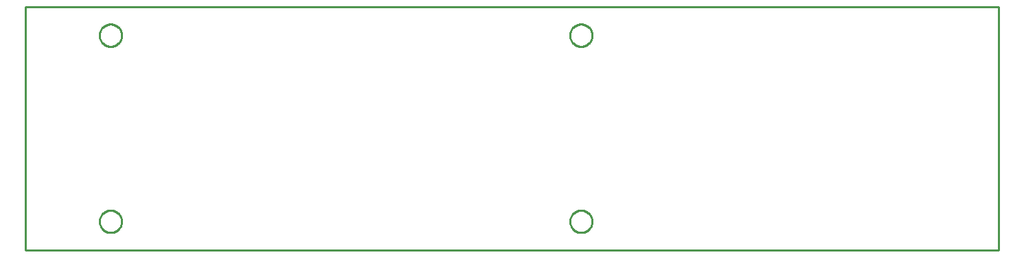
<source format=gbr>
G04 EAGLE Gerber X2 export*
%TF.Part,Single*%
%TF.FileFunction,Profile,NP*%
%TF.FilePolarity,Positive*%
%TF.GenerationSoftware,Autodesk,EAGLE,8.6.0*%
%TF.CreationDate,2018-06-26T05:58:37Z*%
G75*
%MOMM*%
%FSLAX34Y34*%
%LPD*%
%AMOC8*
5,1,8,0,0,1.08239X$1,22.5*%
G01*
%ADD10C,0.254000*%


D10*
X-70000Y0D02*
X1130000Y0D01*
X1130000Y300000D01*
X-70000Y300000D01*
X-70000Y0D01*
X48750Y34509D02*
X48680Y33529D01*
X48540Y32557D01*
X48331Y31597D01*
X48055Y30655D01*
X47711Y29735D01*
X47303Y28841D01*
X46833Y27979D01*
X46302Y27153D01*
X45713Y26367D01*
X45070Y25625D01*
X44375Y24930D01*
X43633Y24287D01*
X42847Y23698D01*
X42021Y23167D01*
X41159Y22697D01*
X40265Y22289D01*
X39345Y21945D01*
X38403Y21669D01*
X37443Y21460D01*
X36471Y21320D01*
X35491Y21250D01*
X34509Y21250D01*
X33529Y21320D01*
X32557Y21460D01*
X31597Y21669D01*
X30655Y21945D01*
X29735Y22289D01*
X28841Y22697D01*
X27979Y23167D01*
X27153Y23698D01*
X26367Y24287D01*
X25625Y24930D01*
X24930Y25625D01*
X24287Y26367D01*
X23698Y27153D01*
X23167Y27979D01*
X22697Y28841D01*
X22289Y29735D01*
X21945Y30655D01*
X21669Y31597D01*
X21460Y32557D01*
X21320Y33529D01*
X21250Y34509D01*
X21250Y35491D01*
X21320Y36471D01*
X21460Y37443D01*
X21669Y38403D01*
X21945Y39345D01*
X22289Y40265D01*
X22697Y41159D01*
X23167Y42021D01*
X23698Y42847D01*
X24287Y43633D01*
X24930Y44375D01*
X25625Y45070D01*
X26367Y45713D01*
X27153Y46302D01*
X27979Y46833D01*
X28841Y47303D01*
X29735Y47711D01*
X30655Y48055D01*
X31597Y48331D01*
X32557Y48540D01*
X33529Y48680D01*
X34509Y48750D01*
X35491Y48750D01*
X36471Y48680D01*
X37443Y48540D01*
X38403Y48331D01*
X39345Y48055D01*
X40265Y47711D01*
X41159Y47303D01*
X42021Y46833D01*
X42847Y46302D01*
X43633Y45713D01*
X44375Y45070D01*
X45070Y44375D01*
X45713Y43633D01*
X46302Y42847D01*
X46833Y42021D01*
X47303Y41159D01*
X47711Y40265D01*
X48055Y39345D01*
X48331Y38403D01*
X48540Y37443D01*
X48680Y36471D01*
X48750Y35491D01*
X48750Y34509D01*
X48750Y264509D02*
X48680Y263529D01*
X48540Y262557D01*
X48331Y261597D01*
X48055Y260655D01*
X47711Y259735D01*
X47303Y258841D01*
X46833Y257979D01*
X46302Y257153D01*
X45713Y256367D01*
X45070Y255625D01*
X44375Y254930D01*
X43633Y254287D01*
X42847Y253698D01*
X42021Y253167D01*
X41159Y252697D01*
X40265Y252289D01*
X39345Y251945D01*
X38403Y251669D01*
X37443Y251460D01*
X36471Y251320D01*
X35491Y251250D01*
X34509Y251250D01*
X33529Y251320D01*
X32557Y251460D01*
X31597Y251669D01*
X30655Y251945D01*
X29735Y252289D01*
X28841Y252697D01*
X27979Y253167D01*
X27153Y253698D01*
X26367Y254287D01*
X25625Y254930D01*
X24930Y255625D01*
X24287Y256367D01*
X23698Y257153D01*
X23167Y257979D01*
X22697Y258841D01*
X22289Y259735D01*
X21945Y260655D01*
X21669Y261597D01*
X21460Y262557D01*
X21320Y263529D01*
X21250Y264509D01*
X21250Y265491D01*
X21320Y266471D01*
X21460Y267443D01*
X21669Y268403D01*
X21945Y269345D01*
X22289Y270265D01*
X22697Y271159D01*
X23167Y272021D01*
X23698Y272847D01*
X24287Y273633D01*
X24930Y274375D01*
X25625Y275070D01*
X26367Y275713D01*
X27153Y276302D01*
X27979Y276833D01*
X28841Y277303D01*
X29735Y277711D01*
X30655Y278055D01*
X31597Y278331D01*
X32557Y278540D01*
X33529Y278680D01*
X34509Y278750D01*
X35491Y278750D01*
X36471Y278680D01*
X37443Y278540D01*
X38403Y278331D01*
X39345Y278055D01*
X40265Y277711D01*
X41159Y277303D01*
X42021Y276833D01*
X42847Y276302D01*
X43633Y275713D01*
X44375Y275070D01*
X45070Y274375D01*
X45713Y273633D01*
X46302Y272847D01*
X46833Y272021D01*
X47303Y271159D01*
X47711Y270265D01*
X48055Y269345D01*
X48331Y268403D01*
X48540Y267443D01*
X48680Y266471D01*
X48750Y265491D01*
X48750Y264509D01*
X628750Y264509D02*
X628680Y263529D01*
X628540Y262557D01*
X628331Y261597D01*
X628055Y260655D01*
X627711Y259735D01*
X627303Y258841D01*
X626833Y257979D01*
X626302Y257153D01*
X625713Y256367D01*
X625070Y255625D01*
X624375Y254930D01*
X623633Y254287D01*
X622847Y253698D01*
X622021Y253167D01*
X621159Y252697D01*
X620265Y252289D01*
X619345Y251945D01*
X618403Y251669D01*
X617443Y251460D01*
X616471Y251320D01*
X615491Y251250D01*
X614509Y251250D01*
X613529Y251320D01*
X612557Y251460D01*
X611597Y251669D01*
X610655Y251945D01*
X609735Y252289D01*
X608841Y252697D01*
X607979Y253167D01*
X607153Y253698D01*
X606367Y254287D01*
X605625Y254930D01*
X604930Y255625D01*
X604287Y256367D01*
X603698Y257153D01*
X603167Y257979D01*
X602697Y258841D01*
X602289Y259735D01*
X601945Y260655D01*
X601669Y261597D01*
X601460Y262557D01*
X601320Y263529D01*
X601250Y264509D01*
X601250Y265491D01*
X601320Y266471D01*
X601460Y267443D01*
X601669Y268403D01*
X601945Y269345D01*
X602289Y270265D01*
X602697Y271159D01*
X603167Y272021D01*
X603698Y272847D01*
X604287Y273633D01*
X604930Y274375D01*
X605625Y275070D01*
X606367Y275713D01*
X607153Y276302D01*
X607979Y276833D01*
X608841Y277303D01*
X609735Y277711D01*
X610655Y278055D01*
X611597Y278331D01*
X612557Y278540D01*
X613529Y278680D01*
X614509Y278750D01*
X615491Y278750D01*
X616471Y278680D01*
X617443Y278540D01*
X618403Y278331D01*
X619345Y278055D01*
X620265Y277711D01*
X621159Y277303D01*
X622021Y276833D01*
X622847Y276302D01*
X623633Y275713D01*
X624375Y275070D01*
X625070Y274375D01*
X625713Y273633D01*
X626302Y272847D01*
X626833Y272021D01*
X627303Y271159D01*
X627711Y270265D01*
X628055Y269345D01*
X628331Y268403D01*
X628540Y267443D01*
X628680Y266471D01*
X628750Y265491D01*
X628750Y264509D01*
X628750Y34509D02*
X628680Y33529D01*
X628540Y32557D01*
X628331Y31597D01*
X628055Y30655D01*
X627711Y29735D01*
X627303Y28841D01*
X626833Y27979D01*
X626302Y27153D01*
X625713Y26367D01*
X625070Y25625D01*
X624375Y24930D01*
X623633Y24287D01*
X622847Y23698D01*
X622021Y23167D01*
X621159Y22697D01*
X620265Y22289D01*
X619345Y21945D01*
X618403Y21669D01*
X617443Y21460D01*
X616471Y21320D01*
X615491Y21250D01*
X614509Y21250D01*
X613529Y21320D01*
X612557Y21460D01*
X611597Y21669D01*
X610655Y21945D01*
X609735Y22289D01*
X608841Y22697D01*
X607979Y23167D01*
X607153Y23698D01*
X606367Y24287D01*
X605625Y24930D01*
X604930Y25625D01*
X604287Y26367D01*
X603698Y27153D01*
X603167Y27979D01*
X602697Y28841D01*
X602289Y29735D01*
X601945Y30655D01*
X601669Y31597D01*
X601460Y32557D01*
X601320Y33529D01*
X601250Y34509D01*
X601250Y35491D01*
X601320Y36471D01*
X601460Y37443D01*
X601669Y38403D01*
X601945Y39345D01*
X602289Y40265D01*
X602697Y41159D01*
X603167Y42021D01*
X603698Y42847D01*
X604287Y43633D01*
X604930Y44375D01*
X605625Y45070D01*
X606367Y45713D01*
X607153Y46302D01*
X607979Y46833D01*
X608841Y47303D01*
X609735Y47711D01*
X610655Y48055D01*
X611597Y48331D01*
X612557Y48540D01*
X613529Y48680D01*
X614509Y48750D01*
X615491Y48750D01*
X616471Y48680D01*
X617443Y48540D01*
X618403Y48331D01*
X619345Y48055D01*
X620265Y47711D01*
X621159Y47303D01*
X622021Y46833D01*
X622847Y46302D01*
X623633Y45713D01*
X624375Y45070D01*
X625070Y44375D01*
X625713Y43633D01*
X626302Y42847D01*
X626833Y42021D01*
X627303Y41159D01*
X627711Y40265D01*
X628055Y39345D01*
X628331Y38403D01*
X628540Y37443D01*
X628680Y36471D01*
X628750Y35491D01*
X628750Y34509D01*
X48750Y34509D02*
X48680Y33529D01*
X48540Y32557D01*
X48331Y31597D01*
X48055Y30655D01*
X47711Y29735D01*
X47303Y28841D01*
X46833Y27979D01*
X46302Y27153D01*
X45713Y26367D01*
X45070Y25625D01*
X44375Y24930D01*
X43633Y24287D01*
X42847Y23698D01*
X42021Y23167D01*
X41159Y22697D01*
X40265Y22289D01*
X39345Y21945D01*
X38403Y21669D01*
X37443Y21460D01*
X36471Y21320D01*
X35491Y21250D01*
X34509Y21250D01*
X33529Y21320D01*
X32557Y21460D01*
X31597Y21669D01*
X30655Y21945D01*
X29735Y22289D01*
X28841Y22697D01*
X27979Y23167D01*
X27153Y23698D01*
X26367Y24287D01*
X25625Y24930D01*
X24930Y25625D01*
X24287Y26367D01*
X23698Y27153D01*
X23167Y27979D01*
X22697Y28841D01*
X22289Y29735D01*
X21945Y30655D01*
X21669Y31597D01*
X21460Y32557D01*
X21320Y33529D01*
X21250Y34509D01*
X21250Y35491D01*
X21320Y36471D01*
X21460Y37443D01*
X21669Y38403D01*
X21945Y39345D01*
X22289Y40265D01*
X22697Y41159D01*
X23167Y42021D01*
X23698Y42847D01*
X24287Y43633D01*
X24930Y44375D01*
X25625Y45070D01*
X26367Y45713D01*
X27153Y46302D01*
X27979Y46833D01*
X28841Y47303D01*
X29735Y47711D01*
X30655Y48055D01*
X31597Y48331D01*
X32557Y48540D01*
X33529Y48680D01*
X34509Y48750D01*
X35491Y48750D01*
X36471Y48680D01*
X37443Y48540D01*
X38403Y48331D01*
X39345Y48055D01*
X40265Y47711D01*
X41159Y47303D01*
X42021Y46833D01*
X42847Y46302D01*
X43633Y45713D01*
X44375Y45070D01*
X45070Y44375D01*
X45713Y43633D01*
X46302Y42847D01*
X46833Y42021D01*
X47303Y41159D01*
X47711Y40265D01*
X48055Y39345D01*
X48331Y38403D01*
X48540Y37443D01*
X48680Y36471D01*
X48750Y35491D01*
X48750Y34509D01*
X48750Y264509D02*
X48680Y263529D01*
X48540Y262557D01*
X48331Y261597D01*
X48055Y260655D01*
X47711Y259735D01*
X47303Y258841D01*
X46833Y257979D01*
X46302Y257153D01*
X45713Y256367D01*
X45070Y255625D01*
X44375Y254930D01*
X43633Y254287D01*
X42847Y253698D01*
X42021Y253167D01*
X41159Y252697D01*
X40265Y252289D01*
X39345Y251945D01*
X38403Y251669D01*
X37443Y251460D01*
X36471Y251320D01*
X35491Y251250D01*
X34509Y251250D01*
X33529Y251320D01*
X32557Y251460D01*
X31597Y251669D01*
X30655Y251945D01*
X29735Y252289D01*
X28841Y252697D01*
X27979Y253167D01*
X27153Y253698D01*
X26367Y254287D01*
X25625Y254930D01*
X24930Y255625D01*
X24287Y256367D01*
X23698Y257153D01*
X23167Y257979D01*
X22697Y258841D01*
X22289Y259735D01*
X21945Y260655D01*
X21669Y261597D01*
X21460Y262557D01*
X21320Y263529D01*
X21250Y264509D01*
X21250Y265491D01*
X21320Y266471D01*
X21460Y267443D01*
X21669Y268403D01*
X21945Y269345D01*
X22289Y270265D01*
X22697Y271159D01*
X23167Y272021D01*
X23698Y272847D01*
X24287Y273633D01*
X24930Y274375D01*
X25625Y275070D01*
X26367Y275713D01*
X27153Y276302D01*
X27979Y276833D01*
X28841Y277303D01*
X29735Y277711D01*
X30655Y278055D01*
X31597Y278331D01*
X32557Y278540D01*
X33529Y278680D01*
X34509Y278750D01*
X35491Y278750D01*
X36471Y278680D01*
X37443Y278540D01*
X38403Y278331D01*
X39345Y278055D01*
X40265Y277711D01*
X41159Y277303D01*
X42021Y276833D01*
X42847Y276302D01*
X43633Y275713D01*
X44375Y275070D01*
X45070Y274375D01*
X45713Y273633D01*
X46302Y272847D01*
X46833Y272021D01*
X47303Y271159D01*
X47711Y270265D01*
X48055Y269345D01*
X48331Y268403D01*
X48540Y267443D01*
X48680Y266471D01*
X48750Y265491D01*
X48750Y264509D01*
X628750Y264509D02*
X628680Y263529D01*
X628540Y262557D01*
X628331Y261597D01*
X628055Y260655D01*
X627711Y259735D01*
X627303Y258841D01*
X626833Y257979D01*
X626302Y257153D01*
X625713Y256367D01*
X625070Y255625D01*
X624375Y254930D01*
X623633Y254287D01*
X622847Y253698D01*
X622021Y253167D01*
X621159Y252697D01*
X620265Y252289D01*
X619345Y251945D01*
X618403Y251669D01*
X617443Y251460D01*
X616471Y251320D01*
X615491Y251250D01*
X614509Y251250D01*
X613529Y251320D01*
X612557Y251460D01*
X611597Y251669D01*
X610655Y251945D01*
X609735Y252289D01*
X608841Y252697D01*
X607979Y253167D01*
X607153Y253698D01*
X606367Y254287D01*
X605625Y254930D01*
X604930Y255625D01*
X604287Y256367D01*
X603698Y257153D01*
X603167Y257979D01*
X602697Y258841D01*
X602289Y259735D01*
X601945Y260655D01*
X601669Y261597D01*
X601460Y262557D01*
X601320Y263529D01*
X601250Y264509D01*
X601250Y265491D01*
X601320Y266471D01*
X601460Y267443D01*
X601669Y268403D01*
X601945Y269345D01*
X602289Y270265D01*
X602697Y271159D01*
X603167Y272021D01*
X603698Y272847D01*
X604287Y273633D01*
X604930Y274375D01*
X605625Y275070D01*
X606367Y275713D01*
X607153Y276302D01*
X607979Y276833D01*
X608841Y277303D01*
X609735Y277711D01*
X610655Y278055D01*
X611597Y278331D01*
X612557Y278540D01*
X613529Y278680D01*
X614509Y278750D01*
X615491Y278750D01*
X616471Y278680D01*
X617443Y278540D01*
X618403Y278331D01*
X619345Y278055D01*
X620265Y277711D01*
X621159Y277303D01*
X622021Y276833D01*
X622847Y276302D01*
X623633Y275713D01*
X624375Y275070D01*
X625070Y274375D01*
X625713Y273633D01*
X626302Y272847D01*
X626833Y272021D01*
X627303Y271159D01*
X627711Y270265D01*
X628055Y269345D01*
X628331Y268403D01*
X628540Y267443D01*
X628680Y266471D01*
X628750Y265491D01*
X628750Y264509D01*
X628750Y34509D02*
X628680Y33529D01*
X628540Y32557D01*
X628331Y31597D01*
X628055Y30655D01*
X627711Y29735D01*
X627303Y28841D01*
X626833Y27979D01*
X626302Y27153D01*
X625713Y26367D01*
X625070Y25625D01*
X624375Y24930D01*
X623633Y24287D01*
X622847Y23698D01*
X622021Y23167D01*
X621159Y22697D01*
X620265Y22289D01*
X619345Y21945D01*
X618403Y21669D01*
X617443Y21460D01*
X616471Y21320D01*
X615491Y21250D01*
X614509Y21250D01*
X613529Y21320D01*
X612557Y21460D01*
X611597Y21669D01*
X610655Y21945D01*
X609735Y22289D01*
X608841Y22697D01*
X607979Y23167D01*
X607153Y23698D01*
X606367Y24287D01*
X605625Y24930D01*
X604930Y25625D01*
X604287Y26367D01*
X603698Y27153D01*
X603167Y27979D01*
X602697Y28841D01*
X602289Y29735D01*
X601945Y30655D01*
X601669Y31597D01*
X601460Y32557D01*
X601320Y33529D01*
X601250Y34509D01*
X601250Y35491D01*
X601320Y36471D01*
X601460Y37443D01*
X601669Y38403D01*
X601945Y39345D01*
X602289Y40265D01*
X602697Y41159D01*
X603167Y42021D01*
X603698Y42847D01*
X604287Y43633D01*
X604930Y44375D01*
X605625Y45070D01*
X606367Y45713D01*
X607153Y46302D01*
X607979Y46833D01*
X608841Y47303D01*
X609735Y47711D01*
X610655Y48055D01*
X611597Y48331D01*
X612557Y48540D01*
X613529Y48680D01*
X614509Y48750D01*
X615491Y48750D01*
X616471Y48680D01*
X617443Y48540D01*
X618403Y48331D01*
X619345Y48055D01*
X620265Y47711D01*
X621159Y47303D01*
X622021Y46833D01*
X622847Y46302D01*
X623633Y45713D01*
X624375Y45070D01*
X625070Y44375D01*
X625713Y43633D01*
X626302Y42847D01*
X626833Y42021D01*
X627303Y41159D01*
X627711Y40265D01*
X628055Y39345D01*
X628331Y38403D01*
X628540Y37443D01*
X628680Y36471D01*
X628750Y35491D01*
X628750Y34509D01*
M02*

</source>
